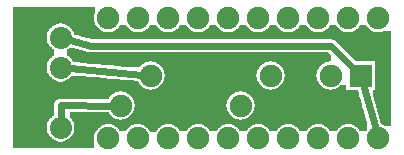
<source format=gtl>
G04 MADE WITH FRITZING*
G04 WWW.FRITZING.ORG*
G04 DOUBLE SIDED*
G04 HOLES PLATED*
G04 CONTOUR ON CENTER OF CONTOUR VECTOR*
%ASAXBY*%
%FSLAX23Y23*%
%MOIN*%
%OFA0B0*%
%SFA1.0B1.0*%
%ADD10C,0.075000*%
%ADD11C,0.075334*%
%ADD12C,0.073749*%
%ADD13R,0.075000X0.075000*%
%ADD14C,0.024000*%
%LNCOPPER1*%
G90*
G70*
G54D10*
X102Y388D03*
X498Y281D03*
X898Y281D03*
X398Y181D03*
X798Y181D03*
G54D11*
X556Y472D03*
X656Y472D03*
X756Y472D03*
X856Y472D03*
X956Y472D03*
X1056Y472D03*
X1156Y472D03*
X1256Y472D03*
X656Y72D03*
X756Y72D03*
X856Y72D03*
X956Y72D03*
X1056Y72D03*
X1156Y72D03*
X1256Y72D03*
X556Y72D03*
X456Y472D03*
X455Y72D03*
X356Y472D03*
X356Y72D03*
G54D12*
X198Y408D03*
X198Y308D03*
X198Y108D03*
G54D10*
X1198Y281D03*
X1098Y281D03*
G54D13*
X1198Y281D03*
G54D14*
X198Y182D02*
X369Y181D01*
D02*
X198Y140D02*
X198Y182D01*
D02*
X230Y305D02*
X470Y284D01*
D02*
X1248Y103D02*
X1206Y254D01*
D02*
X298Y381D02*
X1098Y381D01*
D02*
X229Y399D02*
X298Y381D01*
D02*
X1098Y381D02*
X1178Y301D01*
G36*
X40Y511D02*
X40Y455D01*
X204Y455D01*
X204Y453D01*
X212Y453D01*
X212Y451D01*
X216Y451D01*
X216Y449D01*
X220Y449D01*
X220Y447D01*
X224Y447D01*
X224Y445D01*
X226Y445D01*
X226Y443D01*
X228Y443D01*
X228Y441D01*
X230Y441D01*
X230Y439D01*
X232Y439D01*
X232Y437D01*
X234Y437D01*
X234Y435D01*
X236Y435D01*
X236Y431D01*
X238Y431D01*
X238Y429D01*
X240Y429D01*
X240Y425D01*
X346Y425D01*
X346Y427D01*
X340Y427D01*
X340Y429D01*
X336Y429D01*
X336Y431D01*
X332Y431D01*
X332Y433D01*
X330Y433D01*
X330Y435D01*
X328Y435D01*
X328Y437D01*
X326Y437D01*
X326Y439D01*
X322Y439D01*
X322Y443D01*
X320Y443D01*
X320Y445D01*
X318Y445D01*
X318Y447D01*
X316Y447D01*
X316Y451D01*
X314Y451D01*
X314Y455D01*
X312Y455D01*
X312Y459D01*
X310Y459D01*
X310Y467D01*
X308Y467D01*
X308Y477D01*
X310Y477D01*
X310Y485D01*
X312Y485D01*
X312Y491D01*
X314Y491D01*
X314Y511D01*
X40Y511D01*
G37*
D02*
G36*
X40Y455D02*
X40Y261D01*
X190Y261D01*
X190Y263D01*
X184Y263D01*
X184Y265D01*
X180Y265D01*
X180Y267D01*
X176Y267D01*
X176Y269D01*
X172Y269D01*
X172Y271D01*
X170Y271D01*
X170Y273D01*
X168Y273D01*
X168Y275D01*
X166Y275D01*
X166Y277D01*
X164Y277D01*
X164Y279D01*
X162Y279D01*
X162Y281D01*
X160Y281D01*
X160Y285D01*
X158Y285D01*
X158Y287D01*
X156Y287D01*
X156Y291D01*
X154Y291D01*
X154Y297D01*
X152Y297D01*
X152Y319D01*
X154Y319D01*
X154Y325D01*
X156Y325D01*
X156Y329D01*
X158Y329D01*
X158Y331D01*
X160Y331D01*
X160Y335D01*
X162Y335D01*
X162Y337D01*
X164Y337D01*
X164Y339D01*
X166Y339D01*
X166Y341D01*
X168Y341D01*
X168Y343D01*
X170Y343D01*
X170Y345D01*
X172Y345D01*
X172Y347D01*
X176Y347D01*
X176Y369D01*
X172Y369D01*
X172Y371D01*
X170Y371D01*
X170Y373D01*
X168Y373D01*
X168Y375D01*
X166Y375D01*
X166Y377D01*
X164Y377D01*
X164Y379D01*
X162Y379D01*
X162Y381D01*
X160Y381D01*
X160Y385D01*
X158Y385D01*
X158Y387D01*
X156Y387D01*
X156Y391D01*
X154Y391D01*
X154Y397D01*
X152Y397D01*
X152Y419D01*
X154Y419D01*
X154Y425D01*
X156Y425D01*
X156Y429D01*
X158Y429D01*
X158Y431D01*
X160Y431D01*
X160Y435D01*
X162Y435D01*
X162Y437D01*
X164Y437D01*
X164Y439D01*
X166Y439D01*
X166Y441D01*
X168Y441D01*
X168Y443D01*
X170Y443D01*
X170Y445D01*
X172Y445D01*
X172Y447D01*
X176Y447D01*
X176Y449D01*
X180Y449D01*
X180Y451D01*
X184Y451D01*
X184Y453D01*
X192Y453D01*
X192Y455D01*
X40Y455D01*
G37*
D02*
G36*
X396Y449D02*
X396Y447D01*
X394Y447D01*
X394Y445D01*
X392Y445D01*
X392Y441D01*
X390Y441D01*
X390Y439D01*
X388Y439D01*
X388Y437D01*
X384Y437D01*
X384Y435D01*
X382Y435D01*
X382Y433D01*
X380Y433D01*
X380Y431D01*
X376Y431D01*
X376Y429D01*
X372Y429D01*
X372Y427D01*
X366Y427D01*
X366Y425D01*
X446Y425D01*
X446Y427D01*
X440Y427D01*
X440Y429D01*
X436Y429D01*
X436Y431D01*
X432Y431D01*
X432Y433D01*
X430Y433D01*
X430Y435D01*
X428Y435D01*
X428Y437D01*
X426Y437D01*
X426Y439D01*
X422Y439D01*
X422Y443D01*
X420Y443D01*
X420Y445D01*
X418Y445D01*
X418Y447D01*
X416Y447D01*
X416Y449D01*
X396Y449D01*
G37*
D02*
G36*
X496Y449D02*
X496Y447D01*
X494Y447D01*
X494Y445D01*
X492Y445D01*
X492Y441D01*
X490Y441D01*
X490Y439D01*
X488Y439D01*
X488Y437D01*
X484Y437D01*
X484Y435D01*
X482Y435D01*
X482Y433D01*
X480Y433D01*
X480Y431D01*
X476Y431D01*
X476Y429D01*
X472Y429D01*
X472Y427D01*
X466Y427D01*
X466Y425D01*
X546Y425D01*
X546Y427D01*
X540Y427D01*
X540Y429D01*
X536Y429D01*
X536Y431D01*
X532Y431D01*
X532Y433D01*
X530Y433D01*
X530Y435D01*
X528Y435D01*
X528Y437D01*
X526Y437D01*
X526Y439D01*
X522Y439D01*
X522Y443D01*
X520Y443D01*
X520Y445D01*
X518Y445D01*
X518Y447D01*
X516Y447D01*
X516Y449D01*
X496Y449D01*
G37*
D02*
G36*
X596Y449D02*
X596Y447D01*
X594Y447D01*
X594Y445D01*
X592Y445D01*
X592Y441D01*
X590Y441D01*
X590Y439D01*
X588Y439D01*
X588Y437D01*
X584Y437D01*
X584Y435D01*
X582Y435D01*
X582Y433D01*
X580Y433D01*
X580Y431D01*
X576Y431D01*
X576Y429D01*
X572Y429D01*
X572Y427D01*
X566Y427D01*
X566Y425D01*
X646Y425D01*
X646Y427D01*
X640Y427D01*
X640Y429D01*
X636Y429D01*
X636Y431D01*
X632Y431D01*
X632Y433D01*
X630Y433D01*
X630Y435D01*
X628Y435D01*
X628Y437D01*
X626Y437D01*
X626Y439D01*
X622Y439D01*
X622Y443D01*
X620Y443D01*
X620Y445D01*
X618Y445D01*
X618Y447D01*
X616Y447D01*
X616Y449D01*
X596Y449D01*
G37*
D02*
G36*
X696Y449D02*
X696Y447D01*
X694Y447D01*
X694Y445D01*
X692Y445D01*
X692Y441D01*
X690Y441D01*
X690Y439D01*
X688Y439D01*
X688Y437D01*
X684Y437D01*
X684Y435D01*
X682Y435D01*
X682Y433D01*
X680Y433D01*
X680Y431D01*
X676Y431D01*
X676Y429D01*
X672Y429D01*
X672Y427D01*
X666Y427D01*
X666Y425D01*
X746Y425D01*
X746Y427D01*
X740Y427D01*
X740Y429D01*
X736Y429D01*
X736Y431D01*
X732Y431D01*
X732Y433D01*
X730Y433D01*
X730Y435D01*
X728Y435D01*
X728Y437D01*
X726Y437D01*
X726Y439D01*
X722Y439D01*
X722Y443D01*
X720Y443D01*
X720Y445D01*
X718Y445D01*
X718Y447D01*
X716Y447D01*
X716Y449D01*
X696Y449D01*
G37*
D02*
G36*
X796Y449D02*
X796Y447D01*
X794Y447D01*
X794Y445D01*
X792Y445D01*
X792Y441D01*
X790Y441D01*
X790Y439D01*
X788Y439D01*
X788Y437D01*
X784Y437D01*
X784Y435D01*
X782Y435D01*
X782Y433D01*
X780Y433D01*
X780Y431D01*
X776Y431D01*
X776Y429D01*
X772Y429D01*
X772Y427D01*
X766Y427D01*
X766Y425D01*
X846Y425D01*
X846Y427D01*
X840Y427D01*
X840Y429D01*
X836Y429D01*
X836Y431D01*
X832Y431D01*
X832Y433D01*
X830Y433D01*
X830Y435D01*
X828Y435D01*
X828Y437D01*
X826Y437D01*
X826Y439D01*
X822Y439D01*
X822Y443D01*
X820Y443D01*
X820Y445D01*
X818Y445D01*
X818Y447D01*
X816Y447D01*
X816Y449D01*
X796Y449D01*
G37*
D02*
G36*
X896Y449D02*
X896Y447D01*
X894Y447D01*
X894Y445D01*
X892Y445D01*
X892Y441D01*
X890Y441D01*
X890Y439D01*
X888Y439D01*
X888Y437D01*
X884Y437D01*
X884Y435D01*
X882Y435D01*
X882Y433D01*
X880Y433D01*
X880Y431D01*
X876Y431D01*
X876Y429D01*
X872Y429D01*
X872Y427D01*
X866Y427D01*
X866Y425D01*
X946Y425D01*
X946Y427D01*
X940Y427D01*
X940Y429D01*
X936Y429D01*
X936Y431D01*
X932Y431D01*
X932Y433D01*
X930Y433D01*
X930Y435D01*
X928Y435D01*
X928Y437D01*
X926Y437D01*
X926Y439D01*
X922Y439D01*
X922Y443D01*
X920Y443D01*
X920Y445D01*
X918Y445D01*
X918Y447D01*
X916Y447D01*
X916Y449D01*
X896Y449D01*
G37*
D02*
G36*
X996Y449D02*
X996Y447D01*
X994Y447D01*
X994Y445D01*
X992Y445D01*
X992Y441D01*
X990Y441D01*
X990Y439D01*
X988Y439D01*
X988Y437D01*
X984Y437D01*
X984Y435D01*
X982Y435D01*
X982Y433D01*
X980Y433D01*
X980Y431D01*
X976Y431D01*
X976Y429D01*
X972Y429D01*
X972Y427D01*
X966Y427D01*
X966Y425D01*
X1046Y425D01*
X1046Y427D01*
X1040Y427D01*
X1040Y429D01*
X1036Y429D01*
X1036Y431D01*
X1032Y431D01*
X1032Y433D01*
X1030Y433D01*
X1030Y435D01*
X1028Y435D01*
X1028Y437D01*
X1026Y437D01*
X1026Y439D01*
X1022Y439D01*
X1022Y443D01*
X1020Y443D01*
X1020Y445D01*
X1018Y445D01*
X1018Y447D01*
X1016Y447D01*
X1016Y449D01*
X996Y449D01*
G37*
D02*
G36*
X1096Y449D02*
X1096Y447D01*
X1094Y447D01*
X1094Y445D01*
X1092Y445D01*
X1092Y441D01*
X1090Y441D01*
X1090Y439D01*
X1088Y439D01*
X1088Y437D01*
X1084Y437D01*
X1084Y435D01*
X1082Y435D01*
X1082Y433D01*
X1080Y433D01*
X1080Y431D01*
X1076Y431D01*
X1076Y429D01*
X1072Y429D01*
X1072Y427D01*
X1066Y427D01*
X1066Y425D01*
X1146Y425D01*
X1146Y427D01*
X1140Y427D01*
X1140Y429D01*
X1136Y429D01*
X1136Y431D01*
X1132Y431D01*
X1132Y433D01*
X1130Y433D01*
X1130Y435D01*
X1128Y435D01*
X1128Y437D01*
X1126Y437D01*
X1126Y439D01*
X1122Y439D01*
X1122Y443D01*
X1120Y443D01*
X1120Y445D01*
X1118Y445D01*
X1118Y447D01*
X1116Y447D01*
X1116Y449D01*
X1096Y449D01*
G37*
D02*
G36*
X1196Y449D02*
X1196Y447D01*
X1194Y447D01*
X1194Y445D01*
X1192Y445D01*
X1192Y441D01*
X1190Y441D01*
X1190Y439D01*
X1188Y439D01*
X1188Y437D01*
X1184Y437D01*
X1184Y435D01*
X1182Y435D01*
X1182Y433D01*
X1180Y433D01*
X1180Y431D01*
X1176Y431D01*
X1176Y429D01*
X1172Y429D01*
X1172Y427D01*
X1166Y427D01*
X1166Y425D01*
X1246Y425D01*
X1246Y427D01*
X1240Y427D01*
X1240Y429D01*
X1236Y429D01*
X1236Y431D01*
X1232Y431D01*
X1232Y433D01*
X1230Y433D01*
X1230Y435D01*
X1228Y435D01*
X1228Y437D01*
X1226Y437D01*
X1226Y439D01*
X1222Y439D01*
X1222Y443D01*
X1220Y443D01*
X1220Y445D01*
X1218Y445D01*
X1218Y447D01*
X1216Y447D01*
X1216Y449D01*
X1196Y449D01*
G37*
D02*
G36*
X1276Y431D02*
X1276Y429D01*
X1272Y429D01*
X1272Y427D01*
X1266Y427D01*
X1266Y425D01*
X1298Y425D01*
X1298Y431D01*
X1276Y431D01*
G37*
D02*
G36*
X242Y425D02*
X242Y423D01*
X1298Y423D01*
X1298Y425D01*
X242Y425D01*
G37*
D02*
G36*
X242Y425D02*
X242Y423D01*
X1298Y423D01*
X1298Y425D01*
X242Y425D01*
G37*
D02*
G36*
X242Y425D02*
X242Y423D01*
X1298Y423D01*
X1298Y425D01*
X242Y425D01*
G37*
D02*
G36*
X242Y425D02*
X242Y423D01*
X1298Y423D01*
X1298Y425D01*
X242Y425D01*
G37*
D02*
G36*
X242Y425D02*
X242Y423D01*
X1298Y423D01*
X1298Y425D01*
X242Y425D01*
G37*
D02*
G36*
X242Y425D02*
X242Y423D01*
X1298Y423D01*
X1298Y425D01*
X242Y425D01*
G37*
D02*
G36*
X242Y425D02*
X242Y423D01*
X1298Y423D01*
X1298Y425D01*
X242Y425D01*
G37*
D02*
G36*
X242Y425D02*
X242Y423D01*
X1298Y423D01*
X1298Y425D01*
X242Y425D01*
G37*
D02*
G36*
X242Y425D02*
X242Y423D01*
X1298Y423D01*
X1298Y425D01*
X242Y425D01*
G37*
D02*
G36*
X242Y425D02*
X242Y423D01*
X1298Y423D01*
X1298Y425D01*
X242Y425D01*
G37*
D02*
G36*
X242Y425D02*
X242Y423D01*
X1298Y423D01*
X1298Y425D01*
X242Y425D01*
G37*
D02*
G36*
X242Y423D02*
X242Y419D01*
X244Y419D01*
X244Y417D01*
X252Y417D01*
X252Y415D01*
X258Y415D01*
X258Y413D01*
X266Y413D01*
X266Y411D01*
X274Y411D01*
X274Y409D01*
X280Y409D01*
X280Y407D01*
X288Y407D01*
X288Y405D01*
X296Y405D01*
X296Y403D01*
X1102Y403D01*
X1102Y401D01*
X1108Y401D01*
X1108Y399D01*
X1112Y399D01*
X1112Y397D01*
X1114Y397D01*
X1114Y395D01*
X1116Y395D01*
X1116Y393D01*
X1118Y393D01*
X1118Y391D01*
X1120Y391D01*
X1120Y389D01*
X1122Y389D01*
X1122Y387D01*
X1124Y387D01*
X1124Y385D01*
X1126Y385D01*
X1126Y383D01*
X1128Y383D01*
X1128Y381D01*
X1130Y381D01*
X1130Y379D01*
X1132Y379D01*
X1132Y377D01*
X1134Y377D01*
X1134Y375D01*
X1136Y375D01*
X1136Y373D01*
X1138Y373D01*
X1138Y371D01*
X1140Y371D01*
X1140Y369D01*
X1142Y369D01*
X1142Y367D01*
X1144Y367D01*
X1144Y365D01*
X1146Y365D01*
X1146Y363D01*
X1148Y363D01*
X1148Y361D01*
X1150Y361D01*
X1150Y359D01*
X1152Y359D01*
X1152Y357D01*
X1154Y357D01*
X1154Y355D01*
X1156Y355D01*
X1156Y353D01*
X1158Y353D01*
X1158Y351D01*
X1160Y351D01*
X1160Y349D01*
X1162Y349D01*
X1162Y347D01*
X1164Y347D01*
X1164Y345D01*
X1166Y345D01*
X1166Y343D01*
X1168Y343D01*
X1168Y341D01*
X1170Y341D01*
X1170Y339D01*
X1172Y339D01*
X1172Y337D01*
X1174Y337D01*
X1174Y335D01*
X1176Y335D01*
X1176Y333D01*
X1178Y333D01*
X1178Y331D01*
X1180Y331D01*
X1180Y329D01*
X1246Y329D01*
X1246Y233D01*
X1240Y233D01*
X1240Y209D01*
X1242Y209D01*
X1242Y201D01*
X1244Y201D01*
X1244Y195D01*
X1246Y195D01*
X1246Y187D01*
X1248Y187D01*
X1248Y179D01*
X1250Y179D01*
X1250Y173D01*
X1252Y173D01*
X1252Y165D01*
X1254Y165D01*
X1254Y159D01*
X1256Y159D01*
X1256Y151D01*
X1258Y151D01*
X1258Y145D01*
X1260Y145D01*
X1260Y137D01*
X1262Y137D01*
X1262Y129D01*
X1264Y129D01*
X1264Y123D01*
X1266Y123D01*
X1266Y119D01*
X1268Y119D01*
X1268Y117D01*
X1272Y117D01*
X1272Y115D01*
X1276Y115D01*
X1276Y113D01*
X1298Y113D01*
X1298Y423D01*
X242Y423D01*
G37*
D02*
G36*
X226Y373D02*
X226Y371D01*
X224Y371D01*
X224Y369D01*
X220Y369D01*
X220Y347D01*
X224Y347D01*
X224Y345D01*
X226Y345D01*
X226Y343D01*
X228Y343D01*
X228Y341D01*
X230Y341D01*
X230Y339D01*
X232Y339D01*
X232Y337D01*
X234Y337D01*
X234Y335D01*
X236Y335D01*
X236Y331D01*
X238Y331D01*
X238Y329D01*
X904Y329D01*
X904Y327D01*
X910Y327D01*
X910Y325D01*
X916Y325D01*
X916Y323D01*
X920Y323D01*
X920Y321D01*
X922Y321D01*
X922Y319D01*
X926Y319D01*
X926Y317D01*
X928Y317D01*
X928Y315D01*
X930Y315D01*
X930Y313D01*
X932Y313D01*
X932Y311D01*
X934Y311D01*
X934Y309D01*
X936Y309D01*
X936Y305D01*
X938Y305D01*
X938Y303D01*
X940Y303D01*
X940Y299D01*
X942Y299D01*
X942Y293D01*
X944Y293D01*
X944Y287D01*
X946Y287D01*
X946Y275D01*
X944Y275D01*
X944Y269D01*
X942Y269D01*
X942Y263D01*
X940Y263D01*
X940Y259D01*
X938Y259D01*
X938Y257D01*
X936Y257D01*
X936Y253D01*
X934Y253D01*
X934Y251D01*
X932Y251D01*
X932Y249D01*
X930Y249D01*
X930Y247D01*
X928Y247D01*
X928Y245D01*
X926Y245D01*
X926Y243D01*
X922Y243D01*
X922Y241D01*
X920Y241D01*
X920Y239D01*
X916Y239D01*
X916Y237D01*
X910Y237D01*
X910Y235D01*
X904Y235D01*
X904Y233D01*
X1092Y233D01*
X1092Y235D01*
X1086Y235D01*
X1086Y237D01*
X1080Y237D01*
X1080Y239D01*
X1076Y239D01*
X1076Y241D01*
X1074Y241D01*
X1074Y243D01*
X1070Y243D01*
X1070Y245D01*
X1068Y245D01*
X1068Y247D01*
X1066Y247D01*
X1066Y249D01*
X1064Y249D01*
X1064Y251D01*
X1062Y251D01*
X1062Y253D01*
X1060Y253D01*
X1060Y257D01*
X1058Y257D01*
X1058Y259D01*
X1056Y259D01*
X1056Y263D01*
X1054Y263D01*
X1054Y269D01*
X1052Y269D01*
X1052Y275D01*
X1050Y275D01*
X1050Y287D01*
X1052Y287D01*
X1052Y293D01*
X1054Y293D01*
X1054Y299D01*
X1056Y299D01*
X1056Y303D01*
X1058Y303D01*
X1058Y305D01*
X1060Y305D01*
X1060Y309D01*
X1062Y309D01*
X1062Y311D01*
X1064Y311D01*
X1064Y313D01*
X1066Y313D01*
X1066Y315D01*
X1068Y315D01*
X1068Y317D01*
X1070Y317D01*
X1070Y319D01*
X1074Y319D01*
X1074Y321D01*
X1076Y321D01*
X1076Y323D01*
X1080Y323D01*
X1080Y325D01*
X1086Y325D01*
X1086Y327D01*
X1092Y327D01*
X1092Y329D01*
X1100Y329D01*
X1100Y349D01*
X1098Y349D01*
X1098Y351D01*
X1096Y351D01*
X1096Y353D01*
X1094Y353D01*
X1094Y355D01*
X1092Y355D01*
X1092Y357D01*
X1090Y357D01*
X1090Y359D01*
X290Y359D01*
X290Y361D01*
X282Y361D01*
X282Y363D01*
X274Y363D01*
X274Y365D01*
X268Y365D01*
X268Y367D01*
X260Y367D01*
X260Y369D01*
X252Y369D01*
X252Y371D01*
X246Y371D01*
X246Y373D01*
X226Y373D01*
G37*
D02*
G36*
X240Y329D02*
X240Y327D01*
X242Y327D01*
X242Y325D01*
X264Y325D01*
X264Y323D01*
X286Y323D01*
X286Y321D01*
X310Y321D01*
X310Y319D01*
X332Y319D01*
X332Y317D01*
X354Y317D01*
X354Y315D01*
X376Y315D01*
X376Y313D01*
X398Y313D01*
X398Y311D01*
X420Y311D01*
X420Y309D01*
X462Y309D01*
X462Y311D01*
X464Y311D01*
X464Y313D01*
X466Y313D01*
X466Y315D01*
X468Y315D01*
X468Y317D01*
X470Y317D01*
X470Y319D01*
X474Y319D01*
X474Y321D01*
X476Y321D01*
X476Y323D01*
X480Y323D01*
X480Y325D01*
X486Y325D01*
X486Y327D01*
X492Y327D01*
X492Y329D01*
X240Y329D01*
G37*
D02*
G36*
X504Y329D02*
X504Y327D01*
X510Y327D01*
X510Y325D01*
X516Y325D01*
X516Y323D01*
X520Y323D01*
X520Y321D01*
X522Y321D01*
X522Y319D01*
X526Y319D01*
X526Y317D01*
X528Y317D01*
X528Y315D01*
X530Y315D01*
X530Y313D01*
X532Y313D01*
X532Y311D01*
X534Y311D01*
X534Y309D01*
X536Y309D01*
X536Y305D01*
X538Y305D01*
X538Y303D01*
X540Y303D01*
X540Y299D01*
X542Y299D01*
X542Y293D01*
X544Y293D01*
X544Y287D01*
X546Y287D01*
X546Y275D01*
X544Y275D01*
X544Y269D01*
X542Y269D01*
X542Y263D01*
X540Y263D01*
X540Y259D01*
X538Y259D01*
X538Y257D01*
X536Y257D01*
X536Y253D01*
X534Y253D01*
X534Y251D01*
X532Y251D01*
X532Y249D01*
X530Y249D01*
X530Y247D01*
X528Y247D01*
X528Y245D01*
X526Y245D01*
X526Y243D01*
X522Y243D01*
X522Y241D01*
X520Y241D01*
X520Y239D01*
X516Y239D01*
X516Y237D01*
X510Y237D01*
X510Y235D01*
X504Y235D01*
X504Y233D01*
X892Y233D01*
X892Y235D01*
X886Y235D01*
X886Y237D01*
X880Y237D01*
X880Y239D01*
X876Y239D01*
X876Y241D01*
X874Y241D01*
X874Y243D01*
X870Y243D01*
X870Y245D01*
X868Y245D01*
X868Y247D01*
X866Y247D01*
X866Y249D01*
X864Y249D01*
X864Y251D01*
X862Y251D01*
X862Y253D01*
X860Y253D01*
X860Y257D01*
X858Y257D01*
X858Y259D01*
X856Y259D01*
X856Y263D01*
X854Y263D01*
X854Y269D01*
X852Y269D01*
X852Y275D01*
X850Y275D01*
X850Y287D01*
X852Y287D01*
X852Y293D01*
X854Y293D01*
X854Y299D01*
X856Y299D01*
X856Y303D01*
X858Y303D01*
X858Y305D01*
X860Y305D01*
X860Y309D01*
X862Y309D01*
X862Y311D01*
X864Y311D01*
X864Y313D01*
X866Y313D01*
X866Y315D01*
X868Y315D01*
X868Y317D01*
X870Y317D01*
X870Y319D01*
X874Y319D01*
X874Y321D01*
X876Y321D01*
X876Y323D01*
X880Y323D01*
X880Y325D01*
X886Y325D01*
X886Y327D01*
X892Y327D01*
X892Y329D01*
X504Y329D01*
G37*
D02*
G36*
X234Y281D02*
X234Y279D01*
X232Y279D01*
X232Y277D01*
X230Y277D01*
X230Y275D01*
X228Y275D01*
X228Y273D01*
X226Y273D01*
X226Y271D01*
X224Y271D01*
X224Y269D01*
X220Y269D01*
X220Y267D01*
X216Y267D01*
X216Y265D01*
X212Y265D01*
X212Y263D01*
X206Y263D01*
X206Y261D01*
X456Y261D01*
X456Y263D01*
X442Y263D01*
X442Y265D01*
X418Y265D01*
X418Y267D01*
X396Y267D01*
X396Y269D01*
X374Y269D01*
X374Y271D01*
X352Y271D01*
X352Y273D01*
X330Y273D01*
X330Y275D01*
X306Y275D01*
X306Y277D01*
X284Y277D01*
X284Y279D01*
X262Y279D01*
X262Y281D01*
X234Y281D01*
G37*
D02*
G36*
X40Y261D02*
X40Y259D01*
X456Y259D01*
X456Y261D01*
X40Y261D01*
G37*
D02*
G36*
X40Y261D02*
X40Y259D01*
X456Y259D01*
X456Y261D01*
X40Y261D01*
G37*
D02*
G36*
X40Y259D02*
X40Y233D01*
X492Y233D01*
X492Y235D01*
X486Y235D01*
X486Y237D01*
X480Y237D01*
X480Y239D01*
X476Y239D01*
X476Y241D01*
X474Y241D01*
X474Y243D01*
X470Y243D01*
X470Y245D01*
X468Y245D01*
X468Y247D01*
X466Y247D01*
X466Y249D01*
X464Y249D01*
X464Y251D01*
X462Y251D01*
X462Y253D01*
X460Y253D01*
X460Y257D01*
X458Y257D01*
X458Y259D01*
X40Y259D01*
G37*
D02*
G36*
X1130Y249D02*
X1130Y247D01*
X1128Y247D01*
X1128Y245D01*
X1126Y245D01*
X1126Y243D01*
X1122Y243D01*
X1122Y241D01*
X1120Y241D01*
X1120Y239D01*
X1116Y239D01*
X1116Y237D01*
X1110Y237D01*
X1110Y235D01*
X1104Y235D01*
X1104Y233D01*
X1150Y233D01*
X1150Y249D01*
X1130Y249D01*
G37*
D02*
G36*
X40Y233D02*
X40Y231D01*
X1188Y231D01*
X1188Y233D01*
X40Y233D01*
G37*
D02*
G36*
X40Y233D02*
X40Y231D01*
X1188Y231D01*
X1188Y233D01*
X40Y233D01*
G37*
D02*
G36*
X40Y233D02*
X40Y231D01*
X1188Y231D01*
X1188Y233D01*
X40Y233D01*
G37*
D02*
G36*
X40Y233D02*
X40Y231D01*
X1188Y231D01*
X1188Y233D01*
X40Y233D01*
G37*
D02*
G36*
X40Y231D02*
X40Y229D01*
X804Y229D01*
X804Y227D01*
X810Y227D01*
X810Y225D01*
X816Y225D01*
X816Y223D01*
X820Y223D01*
X820Y221D01*
X822Y221D01*
X822Y219D01*
X826Y219D01*
X826Y217D01*
X828Y217D01*
X828Y215D01*
X830Y215D01*
X830Y213D01*
X832Y213D01*
X832Y211D01*
X834Y211D01*
X834Y209D01*
X836Y209D01*
X836Y205D01*
X838Y205D01*
X838Y203D01*
X840Y203D01*
X840Y199D01*
X842Y199D01*
X842Y193D01*
X844Y193D01*
X844Y187D01*
X846Y187D01*
X846Y175D01*
X844Y175D01*
X844Y169D01*
X842Y169D01*
X842Y163D01*
X840Y163D01*
X840Y159D01*
X838Y159D01*
X838Y157D01*
X836Y157D01*
X836Y153D01*
X834Y153D01*
X834Y151D01*
X832Y151D01*
X832Y149D01*
X830Y149D01*
X830Y147D01*
X828Y147D01*
X828Y145D01*
X826Y145D01*
X826Y143D01*
X822Y143D01*
X822Y141D01*
X820Y141D01*
X820Y139D01*
X816Y139D01*
X816Y137D01*
X810Y137D01*
X810Y135D01*
X804Y135D01*
X804Y133D01*
X1216Y133D01*
X1216Y139D01*
X1214Y139D01*
X1214Y145D01*
X1212Y145D01*
X1212Y153D01*
X1210Y153D01*
X1210Y159D01*
X1208Y159D01*
X1208Y167D01*
X1206Y167D01*
X1206Y173D01*
X1204Y173D01*
X1204Y181D01*
X1202Y181D01*
X1202Y189D01*
X1200Y189D01*
X1200Y195D01*
X1198Y195D01*
X1198Y203D01*
X1196Y203D01*
X1196Y209D01*
X1194Y209D01*
X1194Y217D01*
X1192Y217D01*
X1192Y225D01*
X1190Y225D01*
X1190Y231D01*
X40Y231D01*
G37*
D02*
G36*
X40Y229D02*
X40Y61D01*
X190Y61D01*
X190Y63D01*
X184Y63D01*
X184Y65D01*
X180Y65D01*
X180Y67D01*
X176Y67D01*
X176Y69D01*
X172Y69D01*
X172Y71D01*
X170Y71D01*
X170Y73D01*
X168Y73D01*
X168Y75D01*
X166Y75D01*
X166Y77D01*
X164Y77D01*
X164Y79D01*
X162Y79D01*
X162Y81D01*
X160Y81D01*
X160Y85D01*
X158Y85D01*
X158Y87D01*
X156Y87D01*
X156Y91D01*
X154Y91D01*
X154Y97D01*
X152Y97D01*
X152Y119D01*
X154Y119D01*
X154Y125D01*
X156Y125D01*
X156Y129D01*
X158Y129D01*
X158Y131D01*
X160Y131D01*
X160Y135D01*
X162Y135D01*
X162Y137D01*
X164Y137D01*
X164Y139D01*
X166Y139D01*
X166Y141D01*
X168Y141D01*
X168Y143D01*
X170Y143D01*
X170Y145D01*
X172Y145D01*
X172Y147D01*
X176Y147D01*
X176Y189D01*
X178Y189D01*
X178Y193D01*
X180Y193D01*
X180Y197D01*
X182Y197D01*
X182Y199D01*
X186Y199D01*
X186Y201D01*
X190Y201D01*
X190Y203D01*
X358Y203D01*
X358Y205D01*
X360Y205D01*
X360Y209D01*
X362Y209D01*
X362Y211D01*
X364Y211D01*
X364Y213D01*
X366Y213D01*
X366Y215D01*
X368Y215D01*
X368Y217D01*
X370Y217D01*
X370Y219D01*
X374Y219D01*
X374Y221D01*
X376Y221D01*
X376Y223D01*
X380Y223D01*
X380Y225D01*
X386Y225D01*
X386Y227D01*
X392Y227D01*
X392Y229D01*
X40Y229D01*
G37*
D02*
G36*
X404Y229D02*
X404Y227D01*
X410Y227D01*
X410Y225D01*
X416Y225D01*
X416Y223D01*
X420Y223D01*
X420Y221D01*
X422Y221D01*
X422Y219D01*
X426Y219D01*
X426Y217D01*
X428Y217D01*
X428Y215D01*
X430Y215D01*
X430Y213D01*
X432Y213D01*
X432Y211D01*
X434Y211D01*
X434Y209D01*
X436Y209D01*
X436Y205D01*
X438Y205D01*
X438Y203D01*
X440Y203D01*
X440Y199D01*
X442Y199D01*
X442Y193D01*
X444Y193D01*
X444Y187D01*
X446Y187D01*
X446Y175D01*
X444Y175D01*
X444Y169D01*
X442Y169D01*
X442Y163D01*
X440Y163D01*
X440Y159D01*
X438Y159D01*
X438Y157D01*
X436Y157D01*
X436Y153D01*
X434Y153D01*
X434Y151D01*
X432Y151D01*
X432Y149D01*
X430Y149D01*
X430Y147D01*
X428Y147D01*
X428Y145D01*
X426Y145D01*
X426Y143D01*
X422Y143D01*
X422Y141D01*
X420Y141D01*
X420Y139D01*
X416Y139D01*
X416Y137D01*
X410Y137D01*
X410Y135D01*
X404Y135D01*
X404Y133D01*
X792Y133D01*
X792Y135D01*
X786Y135D01*
X786Y137D01*
X780Y137D01*
X780Y139D01*
X776Y139D01*
X776Y141D01*
X774Y141D01*
X774Y143D01*
X770Y143D01*
X770Y145D01*
X768Y145D01*
X768Y147D01*
X766Y147D01*
X766Y149D01*
X764Y149D01*
X764Y151D01*
X762Y151D01*
X762Y153D01*
X760Y153D01*
X760Y157D01*
X758Y157D01*
X758Y159D01*
X756Y159D01*
X756Y163D01*
X754Y163D01*
X754Y169D01*
X752Y169D01*
X752Y175D01*
X750Y175D01*
X750Y187D01*
X752Y187D01*
X752Y193D01*
X754Y193D01*
X754Y199D01*
X756Y199D01*
X756Y203D01*
X758Y203D01*
X758Y205D01*
X760Y205D01*
X760Y209D01*
X762Y209D01*
X762Y211D01*
X764Y211D01*
X764Y213D01*
X766Y213D01*
X766Y215D01*
X768Y215D01*
X768Y217D01*
X770Y217D01*
X770Y219D01*
X774Y219D01*
X774Y221D01*
X776Y221D01*
X776Y223D01*
X780Y223D01*
X780Y225D01*
X786Y225D01*
X786Y227D01*
X792Y227D01*
X792Y229D01*
X404Y229D01*
G37*
D02*
G36*
X230Y159D02*
X230Y139D01*
X232Y139D01*
X232Y137D01*
X234Y137D01*
X234Y135D01*
X236Y135D01*
X236Y133D01*
X392Y133D01*
X392Y135D01*
X386Y135D01*
X386Y137D01*
X380Y137D01*
X380Y139D01*
X376Y139D01*
X376Y141D01*
X374Y141D01*
X374Y143D01*
X370Y143D01*
X370Y145D01*
X368Y145D01*
X368Y147D01*
X366Y147D01*
X366Y149D01*
X364Y149D01*
X364Y151D01*
X362Y151D01*
X362Y153D01*
X360Y153D01*
X360Y157D01*
X358Y157D01*
X358Y159D01*
X230Y159D01*
G37*
D02*
G36*
X236Y133D02*
X236Y131D01*
X1216Y131D01*
X1216Y133D01*
X236Y133D01*
G37*
D02*
G36*
X236Y133D02*
X236Y131D01*
X1216Y131D01*
X1216Y133D01*
X236Y133D01*
G37*
D02*
G36*
X236Y133D02*
X236Y131D01*
X1216Y131D01*
X1216Y133D01*
X236Y133D01*
G37*
D02*
G36*
X238Y131D02*
X238Y129D01*
X240Y129D01*
X240Y125D01*
X242Y125D01*
X242Y119D01*
X1168Y119D01*
X1168Y117D01*
X1172Y117D01*
X1172Y115D01*
X1176Y115D01*
X1176Y113D01*
X1180Y113D01*
X1180Y111D01*
X1182Y111D01*
X1182Y109D01*
X1186Y109D01*
X1186Y107D01*
X1188Y107D01*
X1188Y105D01*
X1190Y105D01*
X1190Y103D01*
X1192Y103D01*
X1192Y101D01*
X1194Y101D01*
X1194Y97D01*
X1196Y97D01*
X1196Y95D01*
X1216Y95D01*
X1216Y97D01*
X1218Y97D01*
X1218Y99D01*
X1220Y99D01*
X1220Y123D01*
X1218Y123D01*
X1218Y131D01*
X238Y131D01*
G37*
D02*
G36*
X244Y119D02*
X244Y97D01*
X242Y97D01*
X242Y91D01*
X240Y91D01*
X240Y87D01*
X238Y87D01*
X238Y83D01*
X236Y83D01*
X236Y81D01*
X234Y81D01*
X234Y79D01*
X232Y79D01*
X232Y77D01*
X230Y77D01*
X230Y75D01*
X228Y75D01*
X228Y73D01*
X226Y73D01*
X226Y71D01*
X224Y71D01*
X224Y69D01*
X220Y69D01*
X220Y67D01*
X216Y67D01*
X216Y65D01*
X212Y65D01*
X212Y63D01*
X206Y63D01*
X206Y61D01*
X310Y61D01*
X310Y67D01*
X308Y67D01*
X308Y77D01*
X310Y77D01*
X310Y85D01*
X312Y85D01*
X312Y91D01*
X314Y91D01*
X314Y93D01*
X316Y93D01*
X316Y97D01*
X318Y97D01*
X318Y99D01*
X320Y99D01*
X320Y101D01*
X322Y101D01*
X322Y105D01*
X324Y105D01*
X324Y107D01*
X328Y107D01*
X328Y109D01*
X330Y109D01*
X330Y111D01*
X332Y111D01*
X332Y113D01*
X336Y113D01*
X336Y115D01*
X340Y115D01*
X340Y117D01*
X346Y117D01*
X346Y119D01*
X244Y119D01*
G37*
D02*
G36*
X368Y119D02*
X368Y117D01*
X372Y117D01*
X372Y115D01*
X376Y115D01*
X376Y113D01*
X380Y113D01*
X380Y111D01*
X382Y111D01*
X382Y109D01*
X386Y109D01*
X386Y107D01*
X388Y107D01*
X388Y105D01*
X390Y105D01*
X390Y103D01*
X392Y103D01*
X392Y101D01*
X394Y101D01*
X394Y97D01*
X416Y97D01*
X416Y99D01*
X418Y99D01*
X418Y101D01*
X420Y101D01*
X420Y103D01*
X422Y103D01*
X422Y105D01*
X424Y105D01*
X424Y107D01*
X426Y107D01*
X426Y109D01*
X428Y109D01*
X428Y111D01*
X430Y111D01*
X430Y113D01*
X434Y113D01*
X434Y115D01*
X438Y115D01*
X438Y117D01*
X444Y117D01*
X444Y119D01*
X368Y119D01*
G37*
D02*
G36*
X466Y119D02*
X466Y117D01*
X472Y117D01*
X472Y115D01*
X476Y115D01*
X476Y113D01*
X478Y113D01*
X478Y111D01*
X482Y111D01*
X482Y109D01*
X484Y109D01*
X484Y107D01*
X486Y107D01*
X486Y105D01*
X488Y105D01*
X488Y103D01*
X490Y103D01*
X490Y101D01*
X492Y101D01*
X492Y99D01*
X494Y99D01*
X494Y95D01*
X496Y95D01*
X496Y93D01*
X516Y93D01*
X516Y97D01*
X518Y97D01*
X518Y99D01*
X520Y99D01*
X520Y101D01*
X522Y101D01*
X522Y105D01*
X524Y105D01*
X524Y107D01*
X528Y107D01*
X528Y109D01*
X530Y109D01*
X530Y111D01*
X532Y111D01*
X532Y113D01*
X536Y113D01*
X536Y115D01*
X540Y115D01*
X540Y117D01*
X546Y117D01*
X546Y119D01*
X466Y119D01*
G37*
D02*
G36*
X568Y119D02*
X568Y117D01*
X572Y117D01*
X572Y115D01*
X576Y115D01*
X576Y113D01*
X580Y113D01*
X580Y111D01*
X582Y111D01*
X582Y109D01*
X586Y109D01*
X586Y107D01*
X588Y107D01*
X588Y105D01*
X590Y105D01*
X590Y103D01*
X592Y103D01*
X592Y101D01*
X594Y101D01*
X594Y97D01*
X596Y97D01*
X596Y95D01*
X616Y95D01*
X616Y97D01*
X618Y97D01*
X618Y99D01*
X620Y99D01*
X620Y101D01*
X622Y101D01*
X622Y105D01*
X624Y105D01*
X624Y107D01*
X628Y107D01*
X628Y109D01*
X630Y109D01*
X630Y111D01*
X632Y111D01*
X632Y113D01*
X636Y113D01*
X636Y115D01*
X640Y115D01*
X640Y117D01*
X646Y117D01*
X646Y119D01*
X568Y119D01*
G37*
D02*
G36*
X668Y119D02*
X668Y117D01*
X672Y117D01*
X672Y115D01*
X676Y115D01*
X676Y113D01*
X680Y113D01*
X680Y111D01*
X682Y111D01*
X682Y109D01*
X686Y109D01*
X686Y107D01*
X688Y107D01*
X688Y105D01*
X690Y105D01*
X690Y103D01*
X692Y103D01*
X692Y101D01*
X694Y101D01*
X694Y97D01*
X696Y97D01*
X696Y95D01*
X716Y95D01*
X716Y97D01*
X718Y97D01*
X718Y99D01*
X720Y99D01*
X720Y101D01*
X722Y101D01*
X722Y105D01*
X724Y105D01*
X724Y107D01*
X728Y107D01*
X728Y109D01*
X730Y109D01*
X730Y111D01*
X732Y111D01*
X732Y113D01*
X736Y113D01*
X736Y115D01*
X740Y115D01*
X740Y117D01*
X746Y117D01*
X746Y119D01*
X668Y119D01*
G37*
D02*
G36*
X768Y119D02*
X768Y117D01*
X772Y117D01*
X772Y115D01*
X776Y115D01*
X776Y113D01*
X780Y113D01*
X780Y111D01*
X782Y111D01*
X782Y109D01*
X786Y109D01*
X786Y107D01*
X788Y107D01*
X788Y105D01*
X790Y105D01*
X790Y103D01*
X792Y103D01*
X792Y101D01*
X794Y101D01*
X794Y97D01*
X796Y97D01*
X796Y95D01*
X816Y95D01*
X816Y97D01*
X818Y97D01*
X818Y99D01*
X820Y99D01*
X820Y101D01*
X822Y101D01*
X822Y105D01*
X824Y105D01*
X824Y107D01*
X828Y107D01*
X828Y109D01*
X830Y109D01*
X830Y111D01*
X832Y111D01*
X832Y113D01*
X836Y113D01*
X836Y115D01*
X840Y115D01*
X840Y117D01*
X846Y117D01*
X846Y119D01*
X768Y119D01*
G37*
D02*
G36*
X868Y119D02*
X868Y117D01*
X872Y117D01*
X872Y115D01*
X876Y115D01*
X876Y113D01*
X880Y113D01*
X880Y111D01*
X882Y111D01*
X882Y109D01*
X886Y109D01*
X886Y107D01*
X888Y107D01*
X888Y105D01*
X890Y105D01*
X890Y103D01*
X892Y103D01*
X892Y101D01*
X894Y101D01*
X894Y97D01*
X896Y97D01*
X896Y95D01*
X916Y95D01*
X916Y97D01*
X918Y97D01*
X918Y99D01*
X920Y99D01*
X920Y101D01*
X922Y101D01*
X922Y105D01*
X924Y105D01*
X924Y107D01*
X928Y107D01*
X928Y109D01*
X930Y109D01*
X930Y111D01*
X932Y111D01*
X932Y113D01*
X936Y113D01*
X936Y115D01*
X940Y115D01*
X940Y117D01*
X946Y117D01*
X946Y119D01*
X868Y119D01*
G37*
D02*
G36*
X968Y119D02*
X968Y117D01*
X972Y117D01*
X972Y115D01*
X976Y115D01*
X976Y113D01*
X980Y113D01*
X980Y111D01*
X982Y111D01*
X982Y109D01*
X986Y109D01*
X986Y107D01*
X988Y107D01*
X988Y105D01*
X990Y105D01*
X990Y103D01*
X992Y103D01*
X992Y101D01*
X994Y101D01*
X994Y97D01*
X996Y97D01*
X996Y95D01*
X1016Y95D01*
X1016Y97D01*
X1018Y97D01*
X1018Y99D01*
X1020Y99D01*
X1020Y101D01*
X1022Y101D01*
X1022Y105D01*
X1024Y105D01*
X1024Y107D01*
X1028Y107D01*
X1028Y109D01*
X1030Y109D01*
X1030Y111D01*
X1032Y111D01*
X1032Y113D01*
X1036Y113D01*
X1036Y115D01*
X1040Y115D01*
X1040Y117D01*
X1046Y117D01*
X1046Y119D01*
X968Y119D01*
G37*
D02*
G36*
X1068Y119D02*
X1068Y117D01*
X1072Y117D01*
X1072Y115D01*
X1076Y115D01*
X1076Y113D01*
X1080Y113D01*
X1080Y111D01*
X1082Y111D01*
X1082Y109D01*
X1086Y109D01*
X1086Y107D01*
X1088Y107D01*
X1088Y105D01*
X1090Y105D01*
X1090Y103D01*
X1092Y103D01*
X1092Y101D01*
X1094Y101D01*
X1094Y97D01*
X1096Y97D01*
X1096Y95D01*
X1116Y95D01*
X1116Y97D01*
X1118Y97D01*
X1118Y99D01*
X1120Y99D01*
X1120Y101D01*
X1122Y101D01*
X1122Y105D01*
X1124Y105D01*
X1124Y107D01*
X1128Y107D01*
X1128Y109D01*
X1130Y109D01*
X1130Y111D01*
X1132Y111D01*
X1132Y113D01*
X1136Y113D01*
X1136Y115D01*
X1140Y115D01*
X1140Y117D01*
X1146Y117D01*
X1146Y119D01*
X1068Y119D01*
G37*
D02*
G36*
X40Y61D02*
X40Y59D01*
X310Y59D01*
X310Y61D01*
X40Y61D01*
G37*
D02*
G36*
X40Y61D02*
X40Y59D01*
X310Y59D01*
X310Y61D01*
X40Y61D01*
G37*
D02*
G36*
X40Y59D02*
X40Y41D01*
X310Y41D01*
X310Y59D01*
X40Y59D01*
G37*
D02*
G04 End of Copper1*
M02*
</source>
